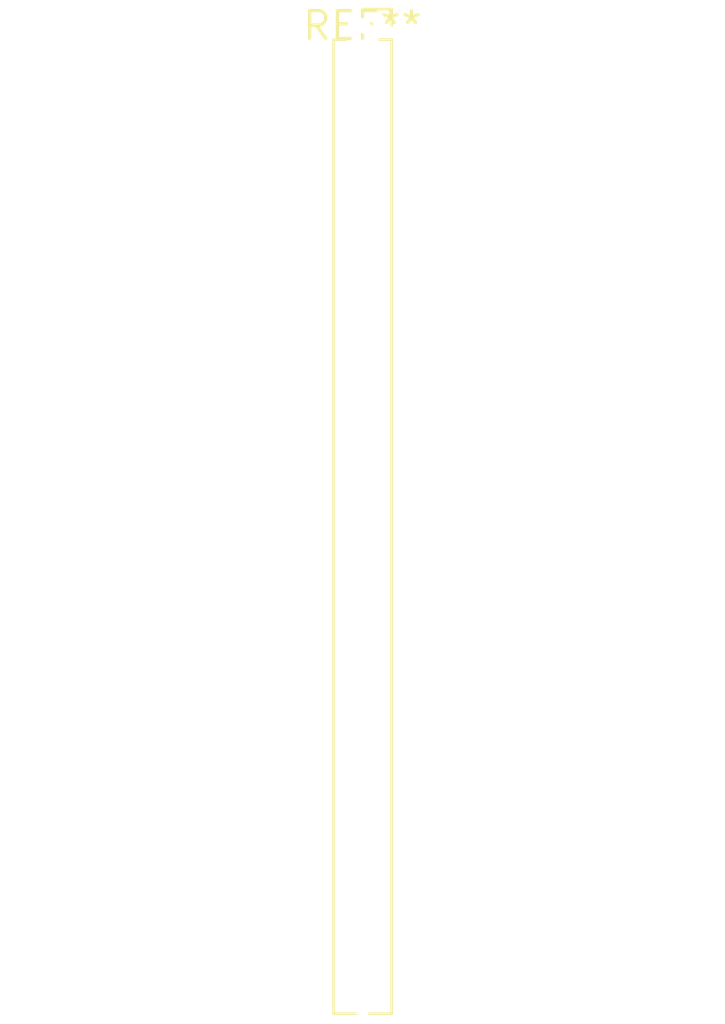
<source format=kicad_pcb>
(kicad_pcb (version 20240108) (generator pcbnew)
  (layers (0 "F.Cu" signal) (31 "B.Cu" signal) (34 "B.Paste" user) (35 "F.Paste" user) (36 "B.SilkS" user "B.Silkscreen") (37 "F.SilkS" user "F.Silkscreen") (38 "B.Mask" user) (39 "F.Mask" user) (44 "Edge.Cuts" user))
  (net 0 "")
  (footprint "PinSocket_1x36_P1.27mm_Vertical" (layer "F.Cu") (at 0 0)
    (property "Reference" "REF**")
    (property "Value" "PinSocket_1x36_P1.27mm_Vertical")
    (fp_line (start -1.33 0.635) (end -1.33 45.145) (layer "F.SilkS") (stroke (width 0.12)))
    (fp_line (start -1.33 0.635) (end -0.76 0.635) (layer "F.SilkS") (stroke (width 0.12)))
    (fp_line (start -1.33 45.145) (end -0.30753 45.145) (layer "F.SilkS") (stroke (width 0.12)))
    (fp_line (start 0 -0.76) (end 1.33 -0.76) (layer "F.SilkS") (stroke (width 0.12)))
    (fp_line (start 0.30753 45.145) (end 1.33 45.145) (layer "F.SilkS") (stroke (width 0.12)))
    (fp_line (start 0.76 0.635) (end 1.33 0.635) (layer "F.SilkS") (stroke (width 0.12)))
    (fp_line (start 1.33 -0.76) (end 1.33 0) (layer "F.SilkS") (stroke (width 0.12)))
    (fp_line (start 1.33 0.635) (end 1.33 45.145) (layer "F.SilkS") (stroke (width 0.12)))
    (pad "1" thru_hole rect (at 0 0) (size 1 1) (drill 0.7) (layers *.Cu *.Mask) (remove_unused_layers))
    (pad "2" thru_hole oval (at 0 1.27) (size 1 1) (drill 0.7) (layers *.Cu *.Mask) (remove_unused_layers))
    (pad "3" thru_hole oval (at 0 2.54) (size 1 1) (drill 0.7) (layers *.Cu *.Mask) (remove_unused_layers))
    (pad "4" thru_hole oval (at 0 3.81) (size 1 1) (drill 0.7) (layers *.Cu *.Mask) (remove_unused_layers))
    (pad "5" thru_hole oval (at 0 5.08) (size 1 1) (drill 0.7) (layers *.Cu *.Mask) (remove_unused_layers))
    (pad "6" thru_hole oval (at 0 6.35) (size 1 1) (drill 0.7) (layers *.Cu *.Mask) (remove_unused_layers))
    (pad "7" thru_hole oval (at 0 7.62) (size 1 1) (drill 0.7) (layers *.Cu *.Mask) (remove_unused_layers))
    (pad "8" thru_hole oval (at 0 8.89) (size 1 1) (drill 0.7) (layers *.Cu *.Mask) (remove_unused_layers))
    (pad "9" thru_hole oval (at 0 10.16) (size 1 1) (drill 0.7) (layers *.Cu *.Mask) (remove_unused_layers))
    (pad "10" thru_hole oval (at 0 11.43) (size 1 1) (drill 0.7) (layers *.Cu *.Mask) (remove_unused_layers))
    (pad "11" thru_hole oval (at 0 12.7) (size 1 1) (drill 0.7) (layers *.Cu *.Mask) (remove_unused_layers))
    (pad "12" thru_hole oval (at 0 13.97) (size 1 1) (drill 0.7) (layers *.Cu *.Mask) (remove_unused_layers))
    (pad "13" thru_hole oval (at 0 15.24) (size 1 1) (drill 0.7) (layers *.Cu *.Mask) (remove_unused_layers))
    (pad "14" thru_hole oval (at 0 16.51) (size 1 1) (drill 0.7) (layers *.Cu *.Mask) (remove_unused_layers))
    (pad "15" thru_hole oval (at 0 17.78) (size 1 1) (drill 0.7) (layers *.Cu *.Mask) (remove_unused_layers))
    (pad "16" thru_hole oval (at 0 19.05) (size 1 1) (drill 0.7) (layers *.Cu *.Mask) (remove_unused_layers))
    (pad "17" thru_hole oval (at 0 20.32) (size 1 1) (drill 0.7) (layers *.Cu *.Mask) (remove_unused_layers))
    (pad "18" thru_hole oval (at 0 21.59) (size 1 1) (drill 0.7) (layers *.Cu *.Mask) (remove_unused_layers))
    (pad "19" thru_hole oval (at 0 22.86) (size 1 1) (drill 0.7) (layers *.Cu *.Mask) (remove_unused_layers))
    (pad "20" thru_hole oval (at 0 24.13) (size 1 1) (drill 0.7) (layers *.Cu *.Mask) (remove_unused_layers))
    (pad "21" thru_hole oval (at 0 25.4) (size 1 1) (drill 0.7) (layers *.Cu *.Mask) (remove_unused_layers))
    (pad "22" thru_hole oval (at 0 26.67) (size 1 1) (drill 0.7) (layers *.Cu *.Mask) (remove_unused_layers))
    (pad "23" thru_hole oval (at 0 27.94) (size 1 1) (drill 0.7) (layers *.Cu *.Mask) (remove_unused_layers))
    (pad "24" thru_hole oval (at 0 29.21) (size 1 1) (drill 0.7) (layers *.Cu *.Mask) (remove_unused_layers))
    (pad "25" thru_hole oval (at 0 30.48) (size 1 1) (drill 0.7) (layers *.Cu *.Mask) (remove_unused_layers))
    (pad "26" thru_hole oval (at 0 31.75) (size 1 1) (drill 0.7) (layers *.Cu *.Mask) (remove_unused_layers))
    (pad "27" thru_hole oval (at 0 33.02) (size 1 1) (drill 0.7) (layers *.Cu *.Mask) (remove_unused_layers))
    (pad "28" thru_hole oval (at 0 34.29) (size 1 1) (drill 0.7) (layers *.Cu *.Mask) (remove_unused_layers))
    (pad "29" thru_hole oval (at 0 35.56) (size 1 1) (drill 0.7) (layers *.Cu *.Mask) (remove_unused_layers))
    (pad "30" thru_hole oval (at 0 36.83) (size 1 1) (drill 0.7) (layers *.Cu *.Mask) (remove_unused_layers))
    (pad "31" thru_hole oval (at 0 38.1) (size 1 1) (drill 0.7) (layers *.Cu *.Mask) (remove_unused_layers))
    (pad "32" thru_hole oval (at 0 39.37) (size 1 1) (drill 0.7) (layers *.Cu *.Mask) (remove_unused_layers))
    (pad "33" thru_hole oval (at 0 40.64) (size 1 1) (drill 0.7) (layers *.Cu *.Mask) (remove_unused_layers))
    (pad "34" thru_hole oval (at 0 41.91) (size 1 1) (drill 0.7) (layers *.Cu *.Mask) (remove_unused_layers))
    (pad "35" thru_hole oval (at 0 43.18) (size 1 1) (drill 0.7) (layers *.Cu *.Mask) (remove_unused_layers))
    (pad "36" thru_hole oval (at 0 44.45) (size 1 1) (drill 0.7) (layers *.Cu *.Mask) (remove_unused_layers))
  )
)
</source>
